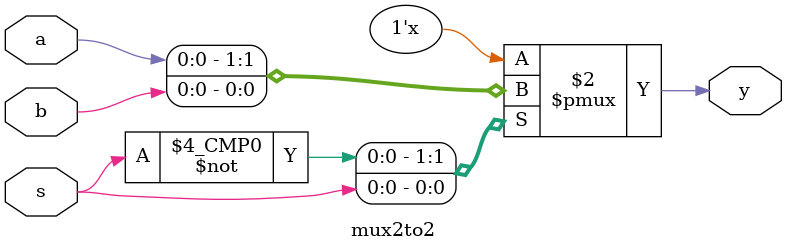
<source format=v>
module mux2to2 (a,b,s,y);

input a,b,s;
output y;
always@* 
begin
case(s)

0 : y<=a;
1 : y<=b;
endcase
end
endmodule

</source>
